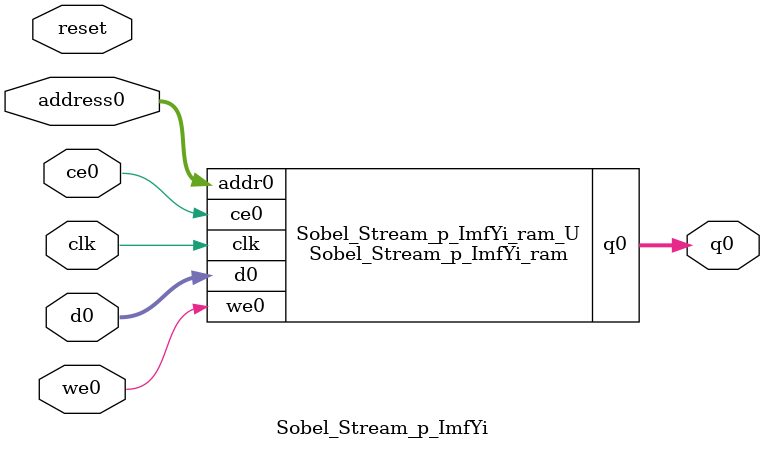
<source format=v>
`timescale 1 ns / 1 ps
module Sobel_Stream_p_ImfYi_ram (addr0, ce0, d0, we0, q0,  clk);

parameter DWIDTH = 8;
parameter AWIDTH = 12;
parameter MEM_SIZE = 4096;

input[AWIDTH-1:0] addr0;
input ce0;
input[DWIDTH-1:0] d0;
input we0;
output reg[DWIDTH-1:0] q0;
input clk;

(* ram_style = "block" *)reg [DWIDTH-1:0] ram[0:MEM_SIZE-1];




always @(posedge clk)  
begin 
    if (ce0) 
    begin
        if (we0) 
        begin 
            ram[addr0] <= d0; 
        end 
        q0 <= ram[addr0];
    end
end


endmodule

`timescale 1 ns / 1 ps
module Sobel_Stream_p_ImfYi(
    reset,
    clk,
    address0,
    ce0,
    we0,
    d0,
    q0);

parameter DataWidth = 32'd8;
parameter AddressRange = 32'd4096;
parameter AddressWidth = 32'd12;
input reset;
input clk;
input[AddressWidth - 1:0] address0;
input ce0;
input we0;
input[DataWidth - 1:0] d0;
output[DataWidth - 1:0] q0;



Sobel_Stream_p_ImfYi_ram Sobel_Stream_p_ImfYi_ram_U(
    .clk( clk ),
    .addr0( address0 ),
    .ce0( ce0 ),
    .we0( we0 ),
    .d0( d0 ),
    .q0( q0 ));

endmodule


</source>
